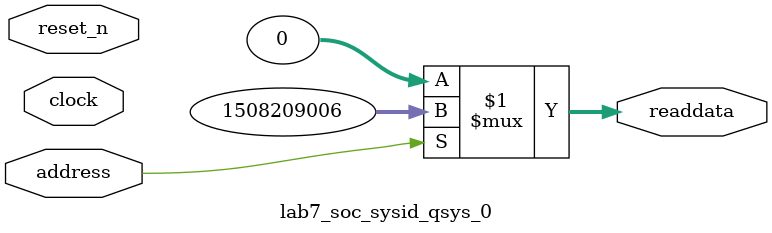
<source format=v>

`timescale 1ns / 1ps
// synthesis translate_on

// turn off superfluous verilog processor warnings 
// altera message_level Level1 
// altera message_off 10034 10035 10036 10037 10230 10240 10030 

module lab7_soc_sysid_qsys_0 (
               // inputs:
                address,
                clock,
                reset_n,

               // outputs:
                readdata
             )
;

  output  [ 31: 0] readdata;
  input            address;
  input            clock;
  input            reset_n;

  wire    [ 31: 0] readdata;
  //control_slave, which is an e_avalon_slave
  assign readdata = address ? 1508209006 : 0;

endmodule




</source>
